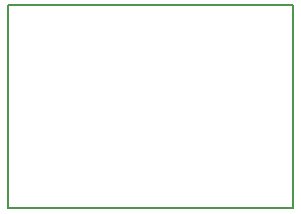
<source format=gbr>
G04 #@! TF.FileFunction,Profile,NP*
%FSLAX46Y46*%
G04 Gerber Fmt 4.6, Leading zero omitted, Abs format (unit mm)*
G04 Created by KiCad (PCBNEW 4.0.0-rc1-stable) date 30/11/2015 17:10:56*
%MOMM*%
G01*
G04 APERTURE LIST*
%ADD10C,0.100000*%
%ADD11C,0.150000*%
G04 APERTURE END LIST*
D10*
D11*
X169545000Y-116840000D02*
X167005000Y-116840000D01*
X169545000Y-99695000D02*
X167005000Y-99695000D01*
X169545000Y-99695000D02*
X169545000Y-116840000D01*
X145415000Y-116840000D02*
X167005000Y-116840000D01*
X145415000Y-116205000D02*
X145415000Y-116840000D01*
X166370000Y-99695000D02*
X167005000Y-99695000D01*
X145415000Y-99695000D02*
X166370000Y-99695000D01*
X145415000Y-116205000D02*
X145415000Y-99695000D01*
M02*

</source>
